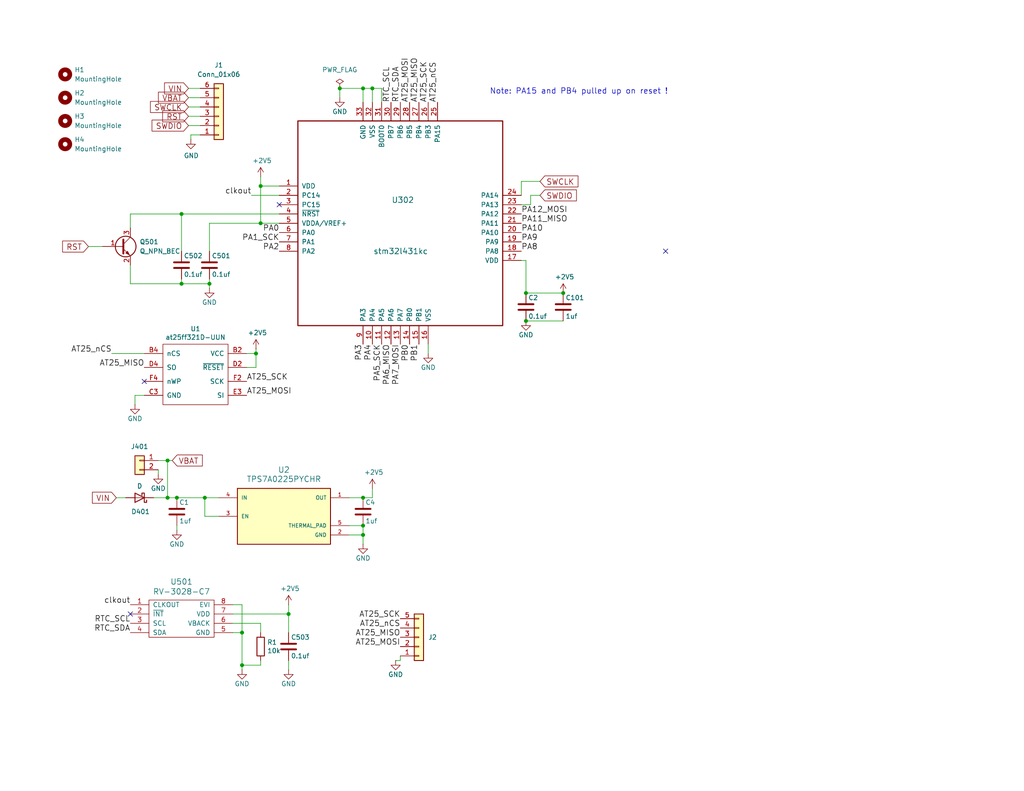
<source format=kicad_sch>
(kicad_sch (version 20231120) (generator "eeschema") (generator_version "8.0")
  (paper "USLetter")
  (title_block (title "ProtoTag Template") (date "2025-01-31") (company "IUCS") (comment 1 "Geoffrey Brown"))
  (lib_symbols
    (symbol "+2V5_1" (power) (pin_numbers hide) (pin_names (offset 0) hide)
      (property "Value" "+2V5" (at 0 3.556 0))
      (symbol "+2V5_1_0_1"
        (polyline (pts (xy -0.762 1.27) (xy 0 2.54)))
        (polyline (pts (xy 0 0) (xy 0 2.54)))
        (polyline (pts (xy 0 2.54) (xy 0.762 1.27)))
      )
      (symbol "+2V5_1_1_1"
        (pin power_in line (at 0 0 90) (length 0) (name "~") (number "1"))
      )
    )
    (symbol "+2V5_2" (power) (pin_numbers hide) (pin_names (offset 0) hide)
      (property "Value" "+2V5" (at 0 3.556 0))
      (symbol "+2V5_2_0_1"
        (polyline (pts (xy -0.762 1.27) (xy 0 2.54)))
        (polyline (pts (xy 0 0) (xy 0 2.54)))
        (polyline (pts (xy 0 2.54) (xy 0.762 1.27)))
      )
      (symbol "+2V5_2_1_1"
        (pin power_in line (at 0 0 90) (length 0) (name "~") (number "1"))
      )
    )
    (symbol "+2V5_3" (power) (pin_numbers hide) (pin_names (offset 0) hide)
      (property "Value" "+2V5" (at 0 3.556 0))
      (symbol "+2V5_3_0_1"
        (polyline (pts (xy -0.762 1.27) (xy 0 2.54)))
        (polyline (pts (xy 0 0) (xy 0 2.54)))
        (polyline (pts (xy 0 2.54) (xy 0.762 1.27)))
      )
      (symbol "+2V5_3_1_1"
        (pin power_in line (at 0 0 90) (length 0) (name "~") (number "1"))
      )
    )
    (symbol "+2V5_4" (power) (pin_numbers hide) (pin_names (offset 0) hide)
      (property "Value" "+2V5" (at 0 3.556 0))
      (symbol "+2V5_4_0_1"
        (polyline (pts (xy -0.762 1.27) (xy 0 2.54)))
        (polyline (pts (xy 0 0) (xy 0 2.54)))
        (polyline (pts (xy 0 2.54) (xy 0.762 1.27)))
      )
      (symbol "+2V5_4_1_1"
        (pin power_in line (at 0 0 90) (length 0) (name "~") (number "1"))
      )
    )
    (symbol "Connector_Generic:Conn_01x02" (pin_names (offset 1.016) hide)
      (property "Reference" "J" (at 0 2.54 0))
      (property "Value" "Conn_01x02" (at 0 -5.08 0))
      (symbol "Conn_01x02_1_1"
        (rectangle (start -1.27 -2.413) (end 0 -2.667) (stroke (width 0.1524)))
        (rectangle (start -1.27 0.127) (end 0 -0.127) (stroke (width 0.1524)))
        (rectangle (start -1.27 1.27) (end 1.27 -3.81) (stroke (width 0.254)) (fill (type background)))
        (pin passive line (at -5.08 0 0) (length 3.81) (name "Pin_1") (number "1"))
        (pin passive line (at -5.08 -2.54 0) (length 3.81) (name "Pin_2") (number "2"))
      )
    )
    (symbol "Connector_Generic:Conn_01x05" (pin_names (offset 1.016) hide)
      (property "Reference" "J" (at 0 7.62 0))
      (property "Value" "Conn_01x05" (at 0 -7.62 0))
      (symbol "Conn_01x05_1_1"
        (rectangle (start -1.27 -4.953) (end 0 -5.207) (stroke (width 0.1524)))
        (rectangle (start -1.27 -2.413) (end 0 -2.667) (stroke (width 0.1524)))
        (rectangle (start -1.27 0.127) (end 0 -0.127) (stroke (width 0.1524)))
        (rectangle (start -1.27 2.667) (end 0 2.413) (stroke (width 0.1524)))
        (rectangle (start -1.27 5.207) (end 0 4.953) (stroke (width 0.1524)))
        (rectangle (start -1.27 6.35) (end 1.27 -6.35) (stroke (width 0.254)) (fill (type background)))
        (pin passive line (at -5.08 5.08 0) (length 3.81) (name "Pin_1") (number "1"))
        (pin passive line (at -5.08 2.54 0) (length 3.81) (name "Pin_2") (number "2"))
        (pin passive line (at -5.08 0 0) (length 3.81) (name "Pin_3") (number "3"))
        (pin passive line (at -5.08 -2.54 0) (length 3.81) (name "Pin_4") (number "4"))
        (pin passive line (at -5.08 -5.08 0) (length 3.81) (name "Pin_5") (number "5"))
      )
    )
    (symbol "Connector_Generic:Conn_01x06" (pin_names (offset 1.016) hide)
      (property "Reference" "J" (at 0 7.62 0))
      (property "Value" "Conn_01x06" (at 0 -10.16 0))
      (symbol "Conn_01x06_1_1"
        (rectangle (start -1.27 -7.493) (end 0 -7.747) (stroke (width 0.1524)))
        (rectangle (start -1.27 -4.953) (end 0 -5.207) (stroke (width 0.1524)))
        (rectangle (start -1.27 -2.413) (end 0 -2.667) (stroke (width 0.1524)))
        (rectangle (start -1.27 0.127) (end 0 -0.127) (stroke (width 0.1524)))
        (rectangle (start -1.27 2.667) (end 0 2.413) (stroke (width 0.1524)))
        (rectangle (start -1.27 5.207) (end 0 4.953) (stroke (width 0.1524)))
        (rectangle (start -1.27 6.35) (end 1.27 -8.89) (stroke (width 0.254)) (fill (type background)))
        (pin passive line (at -5.08 5.08 0) (length 3.81) (name "Pin_1") (number "1"))
        (pin passive line (at -5.08 2.54 0) (length 3.81) (name "Pin_2") (number "2"))
        (pin passive line (at -5.08 0 0) (length 3.81) (name "Pin_3") (number "3"))
        (pin passive line (at -5.08 -2.54 0) (length 3.81) (name "Pin_4") (number "4"))
        (pin passive line (at -5.08 -5.08 0) (length 3.81) (name "Pin_5") (number "5"))
        (pin passive line (at -5.08 -7.62 0) (length 3.81) (name "Pin_6") (number "6"))
      )
    )
    (symbol "Device:C" (pin_numbers hide) (pin_names (offset 0.254))
      (property "Reference" "C" (at 0.635 2.54 0))
      (property "Value" "C" (at 0.635 -2.54 0))
      (symbol "C_0_1"
        (polyline (pts (xy -2.032 -0.762) (xy 2.032 -0.762)) (stroke (width 0.508)))
        (polyline (pts (xy -2.032 0.762) (xy 2.032 0.762)) (stroke (width 0.508)))
      )
      (symbol "C_1_1"
        (pin passive line (at 0 3.81 270) (length 2.794) (name "~") (number "1"))
        (pin passive line (at 0 -3.81 90) (length 2.794) (name "~") (number "2"))
      )
    )
    (symbol "Device:D_Schottky" (pin_numbers hide) (pin_names (offset 1.016) hide)
      (property "Reference" "D" (at 0 2.54 0))
      (property "Value" "D_Schottky" (at 0 -2.54 0))
      (symbol "D_Schottky_0_1"
        (polyline (pts (xy 1.27 0) (xy -1.27 0)))
        (polyline (pts (xy 1.27 1.27) (xy 1.27 -1.27) (xy -1.27 0) (xy 1.27 1.27)) (stroke (width 0.254)))
        (polyline (pts (xy -1.905 0.635) (xy -1.905 1.27) (xy -1.27 1.27) (xy -1.27 -1.27) (xy -0.635 -1.27) (xy -0.635 -0.635)) (stroke (width 0.254)))
      )
      (symbol "D_Schottky_1_1"
        (pin passive line (at -3.81 0 0) (length 2.54) (name "K") (number "1"))
        (pin passive line (at 3.81 0 180) (length 2.54) (name "A") (number "2"))
      )
    )
    (symbol "Device:Q_NPN_BEC" (pin_names (offset 0) hide)
      (property "Reference" "Q" (at 5.08 1.27 0))
      (property "Value" "Q_NPN_BEC" (at 5.08 -1.27 0))
      (symbol "Q_NPN_BEC_0_1"
        (polyline (pts (xy 0.635 0.635) (xy 2.54 2.54)))
        (polyline (pts (xy 0.635 -0.635) (xy 2.54 -2.54) (xy 2.54 -2.54)))
        (polyline (pts (xy 0.635 1.905) (xy 0.635 -1.905) (xy 0.635 -1.905)) (stroke (width 0.508)))
        (polyline (pts (xy 1.27 -1.778) (xy 1.778 -1.27) (xy 2.286 -2.286) (xy 1.27 -1.778) (xy 1.27 -1.778)) (fill (type outline)))
        (circle (center 1.27 0) (radius 2.8194) (stroke (width 0.254)))
      )
      (symbol "Q_NPN_BEC_1_1"
        (pin input line (at -5.08 0 0) (length 5.715) (name "B") (number "1"))
        (pin passive line (at 2.54 -5.08 90) (length 2.54) (name "E") (number "2"))
        (pin passive line (at 2.54 5.08 270) (length 2.54) (name "C") (number "3"))
      )
    )
    (symbol "Device:R" (pin_numbers hide) (pin_names (offset 0))
      (property "Reference" "R" (at 2.032 0 90))
      (property "Value" "R" (at 0 0 90))
      (symbol "R_0_1"
        (rectangle (start -1.016 -2.54) (end 1.016 2.54) (stroke (width 0.254)))
      )
      (symbol "R_1_1"
        (pin passive line (at 0 3.81 270) (length 1.27) (name "~") (number "1"))
        (pin passive line (at 0 -3.81 90) (length 1.27) (name "~") (number "2"))
      )
    )
    (symbol "GND_1" (power) (pin_numbers hide) (pin_names (offset 0) hide)
      (property "Value" "GND" (at 0 -3.81 0))
      (symbol "GND_1_0_1"
        (polyline (pts (xy 0 0) (xy 0 -1.27) (xy 1.27 -1.27) (xy 0 -2.54) (xy -1.27 -1.27) (xy 0 -1.27)))
      )
      (symbol "GND_1_1_1"
        (pin power_in line (at 0 0 270) (length 0) (name "~") (number "1"))
      )
    )
    (symbol "GND_11" (power) (pin_numbers hide) (pin_names (offset 0) hide)
      (property "Value" "GND" (at 0 -3.81 0))
      (symbol "GND_11_0_1"
        (polyline (pts (xy 0 0) (xy 0 -1.27) (xy 1.27 -1.27) (xy 0 -2.54) (xy -1.27 -1.27) (xy 0 -1.27)))
      )
      (symbol "GND_11_1_1"
        (pin power_in line (at 0 0 270) (length 0) (name "~") (number "1"))
      )
    )
    (symbol "GND_12" (power) (pin_numbers hide) (pin_names (offset 0) hide)
      (property "Value" "GND" (at 0 -3.81 0))
      (symbol "GND_12_0_1"
        (polyline (pts (xy 0 0) (xy 0 -1.27) (xy 1.27 -1.27) (xy 0 -2.54) (xy -1.27 -1.27) (xy 0 -1.27)))
      )
      (symbol "GND_12_1_1"
        (pin power_in line (at 0 0 270) (length 0) (name "~") (number "1"))
      )
    )
    (symbol "GND_3" (power) (pin_numbers hide) (pin_names (offset 0) hide)
      (property "Value" "GND" (at 0 -3.81 0))
      (symbol "GND_3_0_1"
        (polyline (pts (xy 0 0) (xy 0 -1.27) (xy 1.27 -1.27) (xy 0 -2.54) (xy -1.27 -1.27) (xy 0 -1.27)))
      )
      (symbol "GND_3_1_1"
        (pin power_in line (at 0 0 270) (length 0) (name "~") (number "1"))
      )
    )
    (symbol "GND_4" (power) (pin_numbers hide) (pin_names (offset 0) hide)
      (property "Value" "GND" (at 0 -3.81 0))
      (symbol "GND_4_0_1"
        (polyline (pts (xy 0 0) (xy 0 -1.27) (xy 1.27 -1.27) (xy 0 -2.54) (xy -1.27 -1.27) (xy 0 -1.27)))
      )
      (symbol "GND_4_1_1"
        (pin power_in line (at 0 0 270) (length 0) (name "~") (number "1"))
      )
    )
    (symbol "GND_5" (power) (pin_numbers hide) (pin_names (offset 0) hide)
      (property "Value" "GND" (at 0 -3.81 0))
      (symbol "GND_5_0_1"
        (polyline (pts (xy 0 0) (xy 0 -1.27) (xy 1.27 -1.27) (xy 0 -2.54) (xy -1.27 -1.27) (xy 0 -1.27)))
      )
      (symbol "GND_5_1_1"
        (pin power_in line (at 0 0 270) (length 0) (name "~") (number "1"))
      )
    )
    (symbol "GND_9" (power) (pin_numbers hide) (pin_names (offset 0) hide)
      (property "Value" "GND" (at 0 -3.81 0))
      (symbol "GND_9_0_1"
        (polyline (pts (xy 0 0) (xy 0 -1.27) (xy 1.27 -1.27) (xy 0 -2.54) (xy -1.27 -1.27) (xy 0 -1.27)))
      )
      (symbol "GND_9_1_1"
        (pin power_in line (at 0 0 270) (length 0) (name "~") (number "1"))
      )
    )
    (symbol "Mechanical:MountingHole" (pin_names (offset 1.016)) (exclude_from_sim yes) (in_bom no)
      (property "Reference" "H" (at 0 5.08 0))
      (property "Value" "MountingHole" (at 0 3.175 0))
      (symbol "MountingHole_0_1"
        (circle (center 0 0) (radius 1.27) (stroke (width 1.27)))
      )
    )
    (symbol "PresTag:RV-3028-C7-gpsparts" (pin_names (offset 1.016))
      (property "Reference" "U" (at 0 7.62 0))
      (property "Value" "RV-3028-C7-gpsparts" (at 1.27 -7.62 0))
      (symbol "RV-3028-C7-gpsparts_0_1"
        (rectangle (start -8.89 5.08) (end 8.89 -5.08))
      )
      (symbol "RV-3028-C7-gpsparts_1_1"
        (pin input line (at -13.97 3.81 0) (length 5.08) (name "CLKOUT") (number "1"))
        (pin input line (at -13.97 1.27 0) (length 5.08) (name "~{INT}") (number "2"))
        (pin input line (at -13.97 -1.27 0) (length 5.08) (name "SCL") (number "3"))
        (pin input line (at -13.97 -3.81 0) (length 5.08) (name "SDA") (number "4"))
        (pin input line (at 13.97 -3.81 180) (length 5.08) (name "GND") (number "5"))
        (pin input line (at 13.97 -1.27 180) (length 5.08) (name "VBACK") (number "6"))
        (pin input line (at 13.97 1.27 180) (length 5.08) (name "VDD") (number "7"))
        (pin input line (at 13.97 3.81 180) (length 5.08) (name "EVI") (number "8"))
      )
    )
    (symbol "PresTag:stm32l432-gpsparts" (pin_names (offset 1.016))
      (property "Reference" "U" (at 36.83 -3.81 0))
      (property "Value" "stm32l432-gpsparts" (at 59.69 -24.13 0))
      (symbol "stm32l432-gpsparts_1_1"
        (rectangle (start 5.08 17.78) (end 60.96 -38.1) (stroke (width 0.3048)))
        (pin power_in line (at 0 0 0) (length 5.08) (name "VDD") (number "1"))
        (pin bidirectional line (at 25.4 -43.18 90) (length 5.08) (name "PA4") (number "10"))
        (pin bidirectional line (at 27.94 -43.18 90) (length 5.08) (name "PA5") (number "11"))
        (pin bidirectional line (at 30.48 -43.18 90) (length 5.08) (name "PA6") (number "12"))
        (pin bidirectional line (at 33.02 -43.18 90) (length 5.08) (name "PA7") (number "13"))
        (pin bidirectional line (at 35.56 -43.18 90) (length 5.08) (name "PB0") (number "14"))
        (pin bidirectional line (at 38.1 -43.18 90) (length 5.08) (name "PB1") (number "15"))
        (pin power_in line (at 40.64 -43.18 90) (length 5.08) (name "VSS") (number "16"))
        (pin power_in line (at 66.04 -20.32 180) (length 5.08) (name "VDD") (number "17"))
        (pin bidirectional line (at 66.04 -17.78 180) (length 5.08) (name "PA8") (number "18"))
        (pin bidirectional line (at 66.04 -15.24 180) (length 5.08) (name "PA9") (number "19"))
        (pin bidirectional line (at 0 -2.54 0) (length 5.08) (name "PC14") (number "2"))
        (pin bidirectional line (at 66.04 -12.7 180) (length 5.08) (name "PA10") (number "20"))
        (pin bidirectional line (at 66.04 -10.16 180) (length 5.08) (name "PA11") (number "21"))
        (pin bidirectional line (at 66.04 -7.62 180) (length 5.08) (name "PA12") (number "22"))
        (pin bidirectional line (at 66.04 -5.08 180) (length 5.08) (name "PA13") (number "23"))
        (pin bidirectional line (at 66.04 -2.54 180) (length 5.08) (name "PA14") (number "24"))
        (pin bidirectional line (at 43.18 22.86 270) (length 5.08) (name "PA15") (number "25"))
        (pin bidirectional line (at 40.64 22.86 270) (length 5.08) (name "PB3") (number "26"))
        (pin bidirectional line (at 38.1 22.86 270) (length 5.08) (name "PB4") (number "27"))
        (pin bidirectional line (at 35.56 22.86 270) (length 5.08) (name "PB5") (number "28"))
        (pin bidirectional line (at 33.02 22.86 270) (length 5.08) (name "PB6") (number "29"))
        (pin bidirectional line (at 0 -5.08 0) (length 5.08) (name "PC15") (number "3"))
        (pin bidirectional line (at 30.48 22.86 270) (length 5.08) (name "PB7") (number "30"))
        (pin input line (at 27.94 22.86 270) (length 5.08) (name "BOOT0") (number "31"))
        (pin power_in line (at 25.4 22.86 270) (length 5.08) (name "VSS") (number "32"))
        (pin power_in line (at 22.86 22.86 270) (length 5.08) (name "GND") (number "33"))
        (pin bidirectional line (at 0 -7.62 0) (length 5.08) (name "~{NRST}") (number "4"))
        (pin power_in line (at 0 -10.16 0) (length 5.08) (name "VDDA/VREF+") (number "5"))
        (pin bidirectional line (at 0 -12.7 0) (length 5.08) (name "PA0") (number "6"))
        (pin bidirectional line (at 0 -15.24 0) (length 5.08) (name "PA1") (number "7"))
        (pin bidirectional line (at 0 -17.78 0) (length 5.08) (name "PA2") (number "8"))
        (pin passive line (at 22.86 -43.18 90) (length 5.08) (name "PA3") (number "9"))
      )
    )
    (symbol "TPS7A02_DQN:TPS7A0225PDQNR" (pin_names (offset 1.016))
      (property "Reference" "U" (at -12.7 8.255 0))
      (property "Value" "TPS7A0225PDQNR" (at -12.7 -10.16 0))
      (symbol "TPS7A0225PDQNR_0_0"
        (rectangle (start -12.7 -7.62) (end 12.7 7.62) (stroke (width 0.254)) (fill (type background)))
        (pin output line (at 17.78 5.08 180) (length 5.08) (name "OUT") (number "1"))
        (pin power_in line (at 17.78 -5.08 180) (length 5.08) (name "GND") (number "2"))
        (pin input line (at -17.78 0 0) (length 5.08) (name "EN") (number "3"))
        (pin input line (at -17.78 5.08 0) (length 5.08) (name "IN") (number "4"))
        (pin power_in line (at 17.78 -2.54 180) (length 5.08) (name "THERMAL_PAD") (number "5"))
      )
    )
    (symbol "at25xe:at25ex321D-UUN" (pin_names (offset 1.016))
      (property "Reference" "U" (at 0 7.62 0))
      (property "Value" "at25ex321D-UUN" (at -1.27 -12.7 0))
      (symbol "at25ex321D-UUN_0_1"
        (rectangle (start -8.89 -10.16) (end 8.89 6.35))
      )
      (symbol "at25ex321D-UUN_1_1"
        (pin no_connect line (at -12.7 -12.7 0) (length 5.08) hide (name "NC") (number "A1"))
        (pin no_connect line (at 12.7 -12.7 180) (length 5.08) hide (name "NC") (number "A5"))
        (pin power_in line (at 13.97 3.81 180) (length 5.08) (name "VCC") (number "B2"))
        (pin input line (at -13.97 3.81 0) (length 5.08) (name "nCS") (number "B4"))
        (pin power_in line (at -13.97 -7.62 0) (length 5.08) (name "GND") (number "C3"))
        (pin input line (at 13.97 0 180) (length 5.08) (name "~{RESET}") (number "D2"))
        (pin output line (at -13.97 0 0) (length 5.08) (name "SO") (number "D4"))
        (pin input line (at 13.97 -7.62 180) (length 5.08) (name "SI") (number "E3"))
        (pin input line (at 13.97 -3.81 180) (length 5.08) (name "SCK") (number "F2"))
        (pin input line (at -13.97 -3.81 0) (length 5.08) (name "nWP") (number "F4"))
        (pin no_connect line (at -12.7 -15.24 0) (length 5.08) hide (name "NC") (number "G1"))
        (pin no_connect line (at 12.7 -15.24 180) (length 5.08) hide (name "NC") (number "G5"))
      )
    )
    (symbol "power:+2V5" (power) (pin_numbers hide) (pin_names (offset 0) hide)
      (property "Value" "+2V5" (at 0 3.556 0))
      (symbol "+2V5_0_1"
        (polyline (pts (xy -0.762 1.27) (xy 0 2.54)))
        (polyline (pts (xy 0 0) (xy 0 2.54)))
        (polyline (pts (xy 0 2.54) (xy 0.762 1.27)))
      )
      (symbol "+2V5_1_1"
        (pin power_in line (at 0 0 90) (length 0) (name "~") (number "1"))
      )
    )
    (symbol "power:GND" (power) (pin_numbers hide) (pin_names (offset 0) hide)
      (property "Value" "GND" (at 0 -3.81 0))
      (symbol "GND_0_1"
        (polyline (pts (xy 0 0) (xy 0 -1.27) (xy 1.27 -1.27) (xy 0 -2.54) (xy -1.27 -1.27) (xy 0 -1.27)))
      )
      (symbol "GND_1_1"
        (pin power_in line (at 0 0 270) (length 0) (name "~") (number "1"))
      )
    )
    (symbol "power:PWR_FLAG" (power) (pin_numbers hide) (pin_names (offset 0) hide)
      (property "Value" "PWR_FLAG" (at 0 3.81 0))
      (symbol "PWR_FLAG_0_0"
        (pin power_out line (at 0 0 90) (length 0) (name "~") (number "1"))
      )
      (symbol "PWR_FLAG_0_1"
        (polyline (pts (xy 0 0) (xy 0 1.27) (xy -1.016 1.905) (xy 0 2.54) (xy 1.016 1.905) (xy 0 1.27)))
      )
    )
  )
  (junction (at 49.53 58.42))
  (junction (at 99.06 146.05))
  (junction (at 66.04 172.72))
  (junction (at 92.71 24.13))
  (junction (at 48.26 135.89))
  (junction (at 143.51 87.63))
  (junction (at 99.06 24.13))
  (junction (at 55.88 135.89))
  (junction (at 71.12 50.8))
  (junction (at 45.72 135.89))
  (junction (at 49.53 77.47))
  (junction (at 57.15 77.47))
  (junction (at 143.51 80.01))
  (junction (at 45.72 125.73))
  (junction (at 99.06 135.89))
  (junction (at 99.06 143.51))
  (junction (at 153.67 80.01))
  (junction (at 101.6 24.13))
  (junction (at 66.04 181.61))
  (junction (at 69.85 96.52))
  (junction (at 71.12 60.96))
  (junction (at 78.74 167.64))
  (no_connect (at 76.2 55.88))
  (no_connect (at 39.37 104.14))
  (no_connect (at 181.61 68.58))
  (no_connect (at 35.56 167.64))
  (wire (pts (xy 69.85 100.33) (xy 69.85 96.52)))
  (wire (pts (xy 66.04 181.61) (xy 66.04 182.88)))
  (wire (pts (xy 63.5 167.64) (xy 78.74 167.64)))
  (wire (pts (xy 35.56 58.42) (xy 49.53 58.42)))
  (wire (pts (xy 41.91 135.89) (xy 45.72 135.89)))
  (wire (pts (xy 92.71 26.67) (xy 92.71 24.13)))
  (wire (pts (xy 71.12 180.34) (xy 71.12 181.61)))
  (wire (pts (xy 49.53 58.42) (xy 49.53 68.58)))
  (wire (pts (xy 143.51 71.12) (xy 143.51 80.01)))
  (wire (pts (xy 48.26 143.51) (xy 48.26 144.78)))
  (wire (pts (xy 78.74 167.64) (xy 78.74 172.72)))
  (wire (pts (xy 51.435 29.21) (xy 54.61 29.21)))
  (wire (pts (xy 71.12 170.18) (xy 71.12 172.72)))
  (wire (pts (xy 31.75 135.89) (xy 34.29 135.89)))
  (wire (pts (xy 49.53 77.47) (xy 57.15 77.47)))
  (wire (pts (xy 43.18 125.73) (xy 45.72 125.73)))
  (wire (pts (xy 55.88 135.89) (xy 59.69 135.89)))
  (wire (pts (xy 71.12 60.96) (xy 76.2 60.96)))
  (wire (pts (xy 99.06 24.13) (xy 99.06 27.94)))
  (wire (pts (xy 71.12 181.61) (xy 66.04 181.61)))
  (wire (pts (xy 57.15 76.2) (xy 57.15 77.47)))
  (wire (pts (xy 142.24 71.12) (xy 143.51 71.12)))
  (wire (pts (xy 51.435 31.75) (xy 54.61 31.75)))
  (wire (pts (xy 51.435 24.13) (xy 54.61 24.13)))
  (wire (pts (xy 36.83 107.95) (xy 36.83 110.49)))
  (wire (pts (xy 69.85 96.52) (xy 69.85 95.25)))
  (wire (pts (xy 101.6 24.13) (xy 104.14 24.13)))
  (wire (pts (xy 57.15 77.47) (xy 57.15 78.74)))
  (wire (pts (xy 68.58 53.34) (xy 76.2 53.34)))
  (wire (pts (xy 95.25 135.89) (xy 99.06 135.89)))
  (wire (pts (xy 76.2 58.42) (xy 49.53 58.42)))
  (wire (pts (xy 35.56 62.23) (xy 35.56 58.42)))
  (wire (pts (xy 35.56 72.39) (xy 35.56 77.47)))
  (wire (pts (xy 71.12 60.96) (xy 57.15 60.96)))
  (wire (pts (xy 99.06 24.13) (xy 101.6 24.13)))
  (wire (pts (xy 109.22 179.07) (xy 109.22 180.34)))
  (wire (pts (xy 109.22 180.34) (xy 107.95 180.34)))
  (wire (pts (xy 104.14 24.13) (xy 104.14 27.94)))
  (wire (pts (xy 142.24 53.34) (xy 142.24 49.53)))
  (wire (pts (xy 63.5 170.18) (xy 71.12 170.18)))
  (wire (pts (xy 48.26 135.89) (xy 55.88 135.89)))
  (wire (pts (xy 54.61 36.83) (xy 52.07 36.83)))
  (wire (pts (xy 67.31 100.33) (xy 69.85 100.33)))
  (wire (pts (xy 67.31 96.52) (xy 69.85 96.52)))
  (wire (pts (xy 51.435 26.67) (xy 54.61 26.67)))
  (wire (pts (xy 95.25 146.05) (xy 99.06 146.05)))
  (wire (pts (xy 101.6 135.89) (xy 101.6 133.35)))
  (wire (pts (xy 92.71 24.13) (xy 99.06 24.13)))
  (wire (pts (xy 71.12 48.26) (xy 71.12 50.8)))
  (wire (pts (xy 55.88 140.97) (xy 55.88 135.89)))
  (wire (pts (xy 142.24 49.53) (xy 147.32 49.53)))
  (wire (pts (xy 99.06 143.51) (xy 99.06 146.05)))
  (wire (pts (xy 57.15 68.58) (xy 57.15 60.96)))
  (wire (pts (xy 66.04 165.1) (xy 66.04 172.72)))
  (wire (pts (xy 63.5 165.1) (xy 66.04 165.1)))
  (wire (pts (xy 71.12 50.8) (xy 71.12 60.96)))
  (wire (pts (xy 24.13 67.31) (xy 27.94 67.31)))
  (wire (pts (xy 143.51 80.01) (xy 153.67 80.01)))
  (wire (pts (xy 144.78 53.34) (xy 147.32 53.34)))
  (wire (pts (xy 35.56 77.47) (xy 49.53 77.47)))
  (wire (pts (xy 78.74 165.1) (xy 78.74 167.64)))
  (wire (pts (xy 45.72 125.73) (xy 46.99 125.73)))
  (wire (pts (xy 49.53 76.2) (xy 49.53 77.47)))
  (wire (pts (xy 66.04 172.72) (xy 66.04 181.61)))
  (wire (pts (xy 63.5 172.72) (xy 66.04 172.72)))
  (wire (pts (xy 71.12 50.8) (xy 76.2 50.8)))
  (wire (pts (xy 78.74 180.34) (xy 78.74 182.88)))
  (wire (pts (xy 45.72 135.89) (xy 48.26 135.89)))
  (wire (pts (xy 45.72 125.73) (xy 45.72 135.89)))
  (wire (pts (xy 95.25 143.51) (xy 99.06 143.51)))
  (wire (pts (xy 39.37 107.95) (xy 36.83 107.95)))
  (wire (pts (xy 116.84 93.98) (xy 116.84 96.52)))
  (wire (pts (xy 99.06 135.89) (xy 101.6 135.89)))
  (wire (pts (xy 30.48 96.52) (xy 39.37 96.52)))
  (wire (pts (xy 101.6 24.13) (xy 101.6 27.94)))
  (wire (pts (xy 142.24 55.88) (xy 144.78 55.88)))
  (wire (pts (xy 99.06 146.05) (xy 99.06 148.59)))
  (wire (pts (xy 52.07 36.83) (xy 52.07 38.1)))
  (wire (pts (xy 51.435 34.29) (xy 54.61 34.29)))
  (wire (pts (xy 144.78 55.88) (xy 144.78 53.34)))
  (wire (pts (xy 43.18 128.27) (xy 43.18 129.54)))
  (wire (pts (xy 153.67 87.63) (xy 143.51 87.63)))
  (wire (pts (xy 59.69 140.97) (xy 55.88 140.97)))
  (text "Note: PA15 and PB4 pulled up on reset !" (at 133.604 25.908 0) (effects (font (size 1.524 1.524)) (justify left bottom)))
  (label "PB0" (at 111.76 93.98 270) (effects (font (size 1.524 1.524))))
  (label "AT25_nCS" (at 30.48 96.52 180) (effects (font (size 1.524 1.524))))
  (label "PA2" (at 76.2 68.58 180) (effects (font (size 1.524 1.524))))
  (label "AT25_SCK" (at 116.84 27.94 90) (effects (font (size 1.524 1.524))))
  (label "PA9" (at 142.24 66.04 0) (effects (font (size 1.524 1.524))))
  (label "RTC_SDA" (at 109.22 27.94 90) (effects (font (size 1.524 1.524))))
  (label "PA12_MOSI" (at 142.24 58.42 0) (effects (font (size 1.524 1.524))))
  (label "PA7_MOSI" (at 109.22 93.98 270) (effects (font (size 1.524 1.524))))
  (label "PA10" (at 142.24 63.5 0) (effects (font (size 1.524 1.524))))
  (label "RTC_SCL" (at 35.56 170.18 180) (effects (font (size 1.524 1.524))))
  (label "AT25_MISO" (at 39.37 100.33 180) (effects (font (size 1.524 1.524))))
  (label "AT25_MISO" (at 114.3 27.94 90) (effects (font (size 1.524 1.524))))
  (label "PA8" (at 142.24 68.58 0) (effects (font (size 1.524 1.524))))
  (label "AT25_MISO" (at 109.22 173.99 180) (effects (font (size 1.524 1.524))))
  (label "AT25_SCK" (at 109.22 168.91 180) (effects (font (size 1.524 1.524))))
  (label "AT25_MOSI" (at 67.31 107.95 0) (effects (font (size 1.524 1.524))))
  (label "PA6_MISO" (at 106.68 93.98 270) (effects (font (size 1.524 1.524))))
  (label "clkout" (at 68.58 53.34 180) (effects (font (size 1.524 1.524))))
  (label "RTC_SCL" (at 106.68 27.94 90) (effects (font (size 1.524 1.524))))
  (label "AT25_MOSI" (at 109.22 176.53 180) (effects (font (size 1.524 1.524))))
  (label "PA11_MISO" (at 142.24 60.96 0) (effects (font (size 1.524 1.524))))
  (label "PB1" (at 114.3 93.98 270) (effects (font (size 1.524 1.524))))
  (label "PA3" (at 99.06 93.98 270) (effects (font (size 1.524 1.524))))
  (label "PA1_SCK" (at 76.2 66.04 180) (effects (font (size 1.524 1.524))))
  (label "PA0" (at 76.2 63.5 180) (effects (font (size 1.524 1.524))))
  (label "AT25_MOSI" (at 111.76 27.94 90) (effects (font (size 1.524 1.524))))
  (label "RTC_SDA" (at 35.56 172.72 180) (effects (font (size 1.524 1.524))))
  (label "AT25_nCS" (at 109.22 171.45 180) (effects (font (size 1.524 1.524))))
  (label "AT25_nCS" (at 119.38 27.94 90) (effects (font (size 1.524 1.524))))
  (label "PA4" (at 101.6 93.98 270) (effects (font (size 1.524 1.524))))
  (label "PA5_SCK" (at 104.14 93.98 270) (effects (font (size 1.524 1.524))))
  (label "AT25_SCK" (at 67.31 104.14 0) (effects (font (size 1.524 1.524))))
  (label "clkout" (at 35.56 165.1 180) (effects (font (size 1.524 1.524))))
  (global_label "SWCLK" (shape input) (at 51.435 29.21 180) (effects (font (size 1.524 1.524))) (property "Intersheetrefs" "${INTERSHEET_REFS}" (effects (hide yes))))
  (global_label "SWDIO" (shape input) (at 51.435 34.29 180) (effects (font (size 1.524 1.524))) (property "Intersheetrefs" "${INTERSHEET_REFS}" (effects (hide yes))))
  (global_label "VIN" (shape input) (at 51.435 24.13 180) (effects (font (size 1.524 1.524))) (property "Intersheetrefs" "${INTERSHEET_REFS}" (effects (hide yes))))
  (global_label "VBAT" (shape input) (at 46.99 125.73 0) (effects (font (size 1.524 1.524))) (property "Intersheetrefs" "${INTERSHEET_REFS}" (effects (hide yes))))
  (global_label "SWDIO" (shape input) (at 147.32 53.34 0) (effects (font (size 1.524 1.524))) (property "Intersheetrefs" "${INTERSHEET_REFS}" (effects (hide yes))))
  (global_label "VIN" (shape input) (at 31.75 135.89 180) (effects (font (size 1.524 1.524))) (property "Intersheetrefs" "${INTERSHEET_REFS}" (effects (hide yes))))
  (global_label "RST" (shape input) (at 24.13 67.31 180) (effects (font (size 1.524 1.524))) (property "Intersheetrefs" "${INTERSHEET_REFS}" (effects (hide yes))))
  (global_label "SWCLK" (shape input) (at 147.32 49.53 0) (effects (font (size 1.524 1.524))) (property "Intersheetrefs" "${INTERSHEET_REFS}" (effects (hide yes))))
  (global_label "RST" (shape input) (at 51.435 31.75 180) (effects (font (size 1.524 1.524))) (property "Intersheetrefs" "${INTERSHEET_REFS}" (effects (hide yes))))
  (global_label "VBAT" (shape input) (at 51.435 26.67 180) (effects (font (size 1.524 1.524))) (property "Intersheetrefs" "${INTERSHEET_REFS}" (effects (hide yes))))
  (symbol (lib_id "PresTag:stm32l432-gpsparts") (at 76.2 50.8 0) (unit 1)
    (property "Reference" "U302" (at 113.03 54.61 0) (effects (font (size 1.524 1.524)) (justify right)))
    (property "Value" "stm32l431kc" (at 116.84 68.58 0) (effects (font (size 1.524 1.524)) (justify right)))
    (property "Footprint" "Package_DFN_QFN:QFN-32-1EP_5x5mm_P0.5mm_EP3.45x3.45mm" (effects (hide yes)))
    (property "MFN" "STMicroelectronics" (effects (hide yes)))
    (property "DISTPN" "511-STM32L431KCU6" (effects (hide yes)))
    (property "MPN" "STM32L431KCU6" (effects (hide yes)))
  )
  (symbol (lib_id "Device:C") (at 49.53 72.39 0) (unit 1)
    (property "Reference" "C502" (at 50.165 69.85 0) (effects (justify left)))
    (property "Value" "0.1uf" (at 50.165 74.93 0) (effects (justify left)))
    (property "Footprint" "Capacitor_SMD:C_0201_0603Metric" (effects (hide yes)))
    (property "Macrofab" "MF-CAP-0402-0.1uF" (effects (hide yes)))
    (property "MFN" "Murata" (effects (hide yes)))
    (property "MPN" "GRM033C81E104KE14D" (effects (hide yes)))
    (property "DISTPN" "490-10403-1-ND" (effects (hide yes)))
  )
  (symbol (lib_id "Device:C") (at 57.15 72.39 0) (unit 1)
    (property "Reference" "C501" (at 57.785 69.85 0) (effects (justify left)))
    (property "Value" "0.1uf" (at 57.785 74.93 0) (effects (justify left)))
    (property "Footprint" "Capacitor_SMD:C_0201_0603Metric" (effects (hide yes)))
    (property "Macrofab" "MF-CAP-0402-0.1uF" (effects (hide yes)))
    (property "MFN" "Murata" (effects (hide yes)))
    (property "MPN" "GRM033C81E104KE14D" (effects (hide yes)))
    (property "DISTPN" "490-10403-1-ND" (effects (hide yes)))
  )
  (symbol (lib_id "Device:Q_NPN_BEC") (at 33.02 67.31 0) (unit 1)
    (property "Reference" "Q501" (at 38.1 66.04 0) (effects (justify left)))
    (property "Value" "Q_NPN_BEC" (at 38.1 68.58 0) (effects (justify left)))
    (property "Footprint" "Package_TO_SOT_SMD:SOT-883" (effects (hide yes)))
    (property "MFN" "Nexperia" (effects (hide yes)))
    (property "MPN" "BC847AMB,315" (effects (hide yes)))
    (property "DISTPN" "1727-2632-1-ND" (effects (hide yes)))
  )
  (symbol (lib_id "Device:C") (at 78.74 176.53 0) (unit 1)
    (property "Reference" "C503" (at 79.375 173.99 0) (effects (justify left)))
    (property "Value" "0.1uf" (at 79.375 179.07 0) (effects (justify left)))
    (property "Footprint" "Capacitor_SMD:C_0201_0603Metric" (effects (hide yes)))
    (property "MFN" "Murata" (effects (hide yes)))
    (property "MPN" "GRM033C81E104KE14D" (effects (hide yes)))
    (property "DISTPN" "490-10403-1-ND" (effects (hide yes)))
    (property "Macrofab" "MF-CAP-0402-0.1uF" (effects (hide yes)))
  )
  (symbol (lib_name "GND_3") (lib_id "power:GND") (at 36.83 110.49 0) (unit 1)
    (property "Reference" "#PWR0102" (effects (hide yes)))
    (property "Value" "GND" (at 36.83 114.3 0))
    (property "Description" "Power symbol creates a global label with name \"GND\" , ground" (effects (hide yes)))
  )
  (symbol (lib_name "GND_5") (lib_id "power:GND") (at 57.15 78.74 0) (unit 1)
    (property "Reference" "#PWR0109" (effects (hide yes)))
    (property "Value" "GND" (at 57.15 82.55 0))
    (property "Description" "Power symbol creates a global label with name \"GND\" , ground" (effects (hide yes)))
  )
  (symbol (lib_name "GND_9") (lib_id "power:GND") (at 116.84 96.52 0) (unit 1)
    (property "Reference" "#PWR0103" (effects (hide yes)))
    (property "Value" "GND" (at 116.84 100.33 0))
    (property "Description" "Power symbol creates a global label with name \"GND\" , ground" (effects (hide yes)))
  )
  (symbol (lib_name "+2V5_3") (lib_id "power:+2V5") (at 71.12 48.26 0) (unit 1)
    (property "Reference" "#PWR0105" (effects (hide yes)))
    (property "Value" "+2V5" (at 71.501 43.8658 0))
    (property "Description" "Power symbol creates a global label with name \"+2V5\"" (effects (hide yes)))
  )
  (symbol (lib_id "power:+2V5") (at 153.67 80.01 0) (unit 1)
    (property "Reference" "#PWR0108" (effects (hide yes)))
    (property "Value" "+2V5" (at 154.051 75.6158 0))
    (property "Description" "Power symbol creates a global label with name \"+2V5\"" (effects (hide yes)))
  )
  (symbol (lib_name "GND_4") (lib_id "power:GND") (at 92.71 26.67 0) (unit 1)
    (property "Reference" "#PWR0110" (effects (hide yes)))
    (property "Value" "GND" (at 92.71 30.48 0))
    (property "Description" "Power symbol creates a global label with name \"GND\" , ground" (effects (hide yes)))
  )
  (symbol (lib_name "GND_11") (lib_id "power:GND") (at 66.04 182.88 0) (unit 1)
    (property "Reference" "#PWR0112" (effects (hide yes)))
    (property "Value" "GND" (at 66.04 186.69 0))
    (property "Description" "Power symbol creates a global label with name \"GND\" , ground" (effects (hide yes)))
  )
  (symbol (lib_name "GND_12") (lib_id "power:GND") (at 78.74 182.88 0) (unit 1)
    (property "Reference" "#PWR0113" (effects (hide yes)))
    (property "Value" "GND" (at 78.74 186.69 0))
    (property "Description" "Power symbol creates a global label with name \"GND\" , ground" (effects (hide yes)))
  )
  (symbol (lib_name "+2V5_4") (lib_id "power:+2V5") (at 78.74 165.1 0) (unit 1)
    (property "Reference" "#PWR0114" (effects (hide yes)))
    (property "Value" "+2V5" (at 79.121 160.7058 0))
    (property "Description" "Power symbol creates a global label with name \"+2V5\"" (effects (hide yes)))
  )
  (symbol (lib_name "+2V5_1") (lib_id "power:+2V5") (at 101.6 133.35 0) (unit 1)
    (property "Reference" "#PWR0115" (effects (hide yes)))
    (property "Value" "+2V5" (at 101.981 128.9558 0))
    (property "Description" "Power symbol creates a global label with name \"+2V5\"" (effects (hide yes)))
  )
  (symbol (lib_name "GND_1") (lib_id "power:GND") (at 99.06 148.59 0) (unit 1)
    (property "Reference" "#PWR0116" (effects (hide yes)))
    (property "Value" "GND" (at 99.06 152.4 0))
    (property "Description" "Power symbol creates a global label with name \"GND\" , ground" (effects (hide yes)))
  )
  (symbol (lib_id "Connector_Generic:Conn_01x02") (at 38.1 125.73 0) (mirror y) (unit 1)
    (property "Reference" "J401" (at 38.1 121.92 0))
    (property "Value" "CONN_01X02" (effects (hide yes)))
    (property "Footprint" "library:MS621" (effects (hide yes)))
    (property "Populate" "No" (effects (hide yes)))
    (property "Config" "DNF" (effects (hide yes)))
    (property "DNP" "1" (effects (hide yes)))
  )
  (symbol (lib_id "Device:D_Schottky") (at 38.1 135.89 180) (unit 1)
    (property "Reference" "D401" (at 38.354 139.7 0))
    (property "Value" "D" (at 38.1 132.715 0))
    (property "Footprint" "Diode_SMD:D_0402_1005Metric" (effects (hide yes)))
    (property "MFN" "COMCHIP" (effects (hide yes)))
    (property "MPN" "CDBQC0130L-HF" (effects (hide yes)))
    (property "DISTPN" "641-1519-1-ND" (effects (hide yes)))
  )
  (symbol (lib_name "+2V5_2") (lib_id "power:+2V5") (at 69.85 95.25 0) (unit 1)
    (property "Reference" "#PWR0107" (effects (hide yes)))
    (property "Value" "+2V5" (at 70.231 90.8558 0))
    (property "Description" "Power symbol creates a global label with name \"+2V5\"" (effects (hide yes)))
  )
  (symbol (lib_id "PresTag:RV-3028-C7-gpsparts") (at 49.53 168.91 0) (unit 1)
    (property "Reference" "U501" (at 49.53 158.8262 0) (effects (font (size 1.524 1.524))))
    (property "Value" "RV-3028-C7" (at 49.53 161.5186 0) (effects (font (size 1.524 1.524))))
    (property "Footprint" "library:RV-8803-C7" (effects (hide yes)))
    (property "DISTPN" "2195-RV-3028-C732.768KHZ1PPM-TA-QCCT-ND" (effects (hide yes)))
    (property "MFN" "Micro Crystal" (effects (hide yes)))
    (property "MPN" "RV-3028-C7 32.768KHZ 1PPM-TA-QC" (effects (hide yes)))
  )
  (symbol (lib_id "Device:R") (at 71.12 176.53 0) (unit 1)
    (property "Reference" "R1" (at 72.898 175.3616 0) (effects (justify left)))
    (property "Value" "10k" (at 72.898 177.673 0) (effects (justify left)))
    (property "Footprint" "Resistor_SMD:R_0201_0603Metric" (effects (hide yes)))
    (property "DISTPN" "311-10.0KMCT-ND" (effects (hide yes)))
    (property "MFN" "Yaego" (effects (hide yes)))
    (property "MPN" "RC0201FR-0710KL" (effects (hide yes)))
    (property "Macrofab" "MF-RES-0402-10K" (effects (hide yes)))
  )
  (symbol (lib_id "at25xe:at25ex321D-UUN") (at 53.34 100.33 0) (unit 1)
    (property "Reference" "U1" (at 53.34 89.789 0))
    (property "Value" "at25ff321D-UUN" (at 53.34 92.1004 0))
    (property "Footprint" "library:adesto_wlcsp12" (effects (hide yes)))
    (property "DISTPN" "724-AT25FF321A-UUN-T" (effects (hide yes)))
    (property "MFN" "Dialog" (effects (hide yes)))
    (property "MPN" "AT25FF321A-UUN-T (Mouser)" (effects (hide yes)))
  )
  (symbol (lib_id "Device:C") (at 143.51 83.82 0) (unit 1)
    (property "Reference" "C2" (at 144.145 81.28 0) (effects (justify left)))
    (property "Value" "0.1uf" (at 144.145 86.36 0) (effects (justify left)))
    (property "Footprint" "Capacitor_SMD:C_0201_0603Metric" (effects (hide yes)))
    (property "Macrofab" "MF-CAP-0402-0.1uF" (effects (hide yes)))
    (property "MFN" "Murata" (effects (hide yes)))
    (property "MPN" "GRM033C81E104KE14D" (effects (hide yes)))
    (property "DISTPN" "490-10403-1-ND" (effects (hide yes)))
  )
  (symbol (lib_id "power:GND") (at 143.51 87.63 0) (unit 1)
    (property "Reference" "#PWR0101" (effects (hide yes)))
    (property "Value" "GND" (at 143.51 91.44 0))
    (property "Description" "Power symbol creates a global label with name \"GND\" , ground" (effects (hide yes)))
  )
  (symbol (lib_id "Device:C") (at 153.67 83.82 0) (unit 1)
    (property "Reference" "C101" (at 154.305 81.28 0) (effects (justify left)))
    (property "Value" "1uf" (at 154.305 86.36 0) (effects (justify left)))
    (property "Footprint" "Capacitor_SMD:C_0201_0603Metric" (effects (hide yes)))
    (property "MFN" "Murata" (effects (hide yes)))
    (property "MPN" "GRM033R60J105MEA2D" (effects (hide yes)))
    (property "DISTPN" "490-7229-1-ND" (effects (hide yes)))
  )
  (symbol (lib_id "Mechanical:MountingHole") (at 17.78 26.67 0) (unit 1) (exclude_from_sim yes) (in_bom no)
    (property "Reference" "H2" (at 20.32 25.3999 0) (effects (justify left)))
    (property "Value" "MountingHole" (at 20.32 27.9399 0) (effects (justify left)))
    (property "Footprint" "MountingHole:MountingHole_2.5mm" (effects (hide yes)))
    (property "Description" "Mounting Hole without connection" (effects (hide yes)))
  )
  (symbol (lib_id "Connector_Generic:Conn_01x05") (at 114.3 173.99 0) (mirror x) (unit 1)
    (property "Reference" "J2" (at 116.84 173.9901 0) (effects (justify left)))
    (property "Value" "Conn_01x04" (effects (hide yes)))
    (property "Footprint" "Connector_PinHeader_2.54mm:PinHeader_1x05_P2.54mm_Vertical" (effects (hide yes)))
    (property "Description" "Generic connector, single row, 01x05, script generated (kicad-library-utils/schlib/autogen/connector/)" (effects (hide yes)))
    (property "DNP" "1" (effects (hide yes)))
  )
  (symbol (lib_id "Mechanical:MountingHole") (at 17.78 33.02 0) (unit 1) (exclude_from_sim yes) (in_bom no)
    (property "Reference" "H3" (at 20.32 31.7499 0) (effects (justify left)))
    (property "Value" "MountingHole" (at 20.32 34.2899 0) (effects (justify left)))
    (property "Footprint" "MountingHole:MountingHole_2.5mm" (effects (hide yes)))
    (property "Description" "Mounting Hole without connection" (effects (hide yes)))
  )
  (symbol (lib_id "power:GND") (at 52.07 38.1 0) (unit 1)
    (property "Reference" "#PWR01" (effects (hide yes)))
    (property "Value" "GND" (at 52.197 42.4942 0))
  )
  (symbol (lib_id "TPS7A02_DQN:TPS7A0225PDQNR") (at 77.47 140.97 0) (unit 1)
    (property "Reference" "U2" (at 77.47 128.27 0) (effects (font (size 1.524 1.524))))
    (property "Value" "TPS7A0225PYCHR" (at 77.47 130.81 0) (effects (font (size 1.524 1.524))))
    (property "Footprint" "ti:IC_TPS7A0225PDQNR" (effects (hide yes)))
    (property "Datasheet" "TPS7A0225PYCHR" (effects (hide yes)))
    (property "MAXIMUM_PACKAGE_HEIGHT" "0.4 mm" (effects (hide yes)))
    (property "PARTREV" "C" (effects (hide yes)))
    (property "MANUFACTURER" "Texas Instruments" (effects (hide yes)))
    (property "SNAPEDA_PACKAGE_ID" "102824" (effects (hide yes)))
    (property "STANDARD" "Manufacturer Recommendations" (effects (hide yes)))
  )
  (symbol (lib_id "Mechanical:MountingHole") (at 17.78 20.32 0) (unit 1) (exclude_from_sim yes) (in_bom no)
    (property "Reference" "H1" (at 20.32 19.0499 0) (effects (justify left)))
    (property "Value" "MountingHole" (at 20.32 21.5899 0) (effects (justify left)))
    (property "Footprint" "MountingHole:MountingHole_2.5mm" (effects (hide yes)))
    (property "Description" "Mounting Hole without connection" (effects (hide yes)))
  )
  (symbol (lib_id "power:PWR_FLAG") (at 92.71 24.13 0) (unit 1)
    (property "Reference" "#FLG0101" (effects (hide yes)))
    (property "Value" "PWR_FLAG" (at 92.71 19.05 0))
    (property "Description" "Special symbol for telling ERC where power comes from" (effects (hide yes)))
  )
  (symbol (lib_id "Device:C") (at 99.06 139.7 0) (unit 1)
    (property "Reference" "C4" (at 99.695 137.16 0) (effects (justify left)))
    (property "Value" "1uf" (at 99.695 142.24 0) (effects (justify left)))
    (property "Footprint" "Capacitor_SMD:C_0201_0603Metric" (effects (hide yes)))
    (property "MFN" "Murata" (effects (hide yes)))
    (property "MPN" "GRM033R60J105MEA2D" (effects (hide yes)))
    (property "DISTPN" "490-7229-1-ND" (effects (hide yes)))
  )
  (symbol (lib_name "GND_1") (lib_id "power:GND") (at 43.18 129.54 0) (unit 1)
    (property "Reference" "#PWR03" (effects (hide yes)))
    (property "Value" "GND" (at 43.18 133.35 0))
    (property "Description" "Power symbol creates a global label with name \"GND\" , ground" (effects (hide yes)))
  )
  (symbol (lib_id "Connector_Generic:Conn_01x06") (at 59.69 31.75 0) (mirror x) (unit 1)
    (property "Reference" "J1" (at 59.69 17.78 0))
    (property "Value" "Conn_01x06" (at 59.69 20.32 0))
    (property "Footprint" "library:CONN_B6B-ZR_JST" (effects (hide yes)))
  )
  (symbol (lib_id "Mechanical:MountingHole") (at 17.78 39.37 0) (unit 1) (exclude_from_sim yes) (in_bom no)
    (property "Reference" "H4" (at 20.32 38.0999 0) (effects (justify left)))
    (property "Value" "MountingHole" (at 20.32 40.6399 0) (effects (justify left)))
    (property "Footprint" "MountingHole:MountingHole_2.5mm" (effects (hide yes)))
    (property "Description" "Mounting Hole without connection" (effects (hide yes)))
  )
  (symbol (lib_name "GND_12") (lib_id "power:GND") (at 107.95 180.34 0) (unit 1)
    (property "Reference" "#PWR02" (effects (hide yes)))
    (property "Value" "GND" (at 107.95 184.15 0))
    (property "Description" "Power symbol creates a global label with name \"GND\" , ground" (effects (hide yes)))
  )
  (symbol (lib_name "GND_1") (lib_id "power:GND") (at 48.26 144.78 0) (unit 1)
    (property "Reference" "#PWR04" (effects (hide yes)))
    (property "Value" "GND" (at 48.26 148.59 0))
    (property "Description" "Power symbol creates a global label with name \"GND\" , ground" (effects (hide yes)))
  )
  (symbol (lib_id "Device:C") (at 48.26 139.7 0) (unit 1)
    (property "Reference" "C1" (at 48.895 137.16 0) (effects (justify left)))
    (property "Value" "1uf" (at 48.895 142.24 0) (effects (justify left)))
    (property "Footprint" "Capacitor_SMD:C_0201_0603Metric" (effects (hide yes)))
    (property "MFN" "Murata" (effects (hide yes)))
    (property "MPN" "GRM033R60J105MEA2D" (effects (hide yes)))
    (property "DISTPN" "490-7229-1-ND" (effects (hide yes)))
  )
)
</source>
